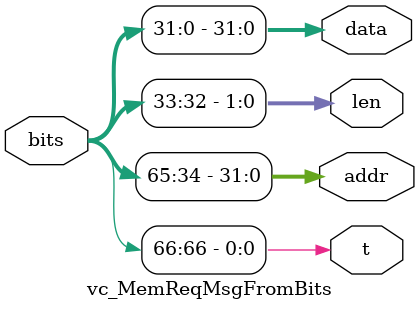
<source format=v>

`ifndef VC_MEM_REQ_MSG_V
`define VC_MEM_REQ_MSG_V


// Data field

`define VC_MEM_REQ_MSG_DATA_SZ( p_addr_sz, p_data_sz )                  \
  p_data_sz

`define VC_MEM_REQ_MSG_DATA_MSB( p_addr_sz, p_data_sz )                 \
  ( `VC_MEM_REQ_MSG_DATA_SZ( p_addr_sz, p_data_sz ) - 1 )

`define VC_MEM_REQ_MSG_DATA_FIELD( p_addr_sz, p_data_sz )               \
  (`VC_MEM_REQ_MSG_DATA_MSB( p_addr_sz, p_data_sz )):                   \
  0

// Length field

`define VC_MEM_REQ_MSG_LEN_SZ( p_addr_sz, p_data_sz )                   \
  ($clog2(p_data_sz/8))

`define VC_MEM_REQ_MSG_LEN_MSB( p_addr_sz, p_data_sz )                  \
  (   `VC_MEM_REQ_MSG_DATA_MSB( p_addr_sz, p_data_sz )                  \
    + `VC_MEM_REQ_MSG_LEN_SZ( p_addr_sz, p_data_sz ) )

`define VC_MEM_REQ_MSG_LEN_FIELD( p_addr_sz, p_data_sz )                \
  (`VC_MEM_REQ_MSG_LEN_MSB( p_addr_sz, p_data_sz )):                    \
  (`VC_MEM_REQ_MSG_DATA_MSB( p_addr_sz, p_data_sz ) + 1)

// Address field

`define VC_MEM_REQ_MSG_ADDR_SZ( p_addr_sz, p_data_sz )                  \
  p_addr_sz

`define VC_MEM_REQ_MSG_ADDR_MSB( p_addr_sz, p_data_sz )                 \
  (   `VC_MEM_REQ_MSG_LEN_MSB( p_addr_sz, p_data_sz )                   \
    + `VC_MEM_REQ_MSG_ADDR_SZ( p_addr_sz, p_data_sz ) )

`define VC_MEM_REQ_MSG_ADDR_FIELD( p_addr_sz, p_data_sz )               \
  (`VC_MEM_REQ_MSG_ADDR_MSB( p_addr_sz, p_data_sz )):                   \
  (`VC_MEM_REQ_MSG_LEN_MSB( p_addr_sz, p_data_sz ) + 1)

// Type field

`define VC_MEM_REQ_MSG_TYPE_SZ( p_addr_sz, p_data_sz ) 1
`define VC_MEM_REQ_MSG_TYPE_READ                       1'd0
`define VC_MEM_REQ_MSG_TYPE_WRITE                      1'd1

`define VC_MEM_REQ_MSG_TYPE_MSB( p_addr_sz, p_data_sz )                 \
  (   `VC_MEM_REQ_MSG_ADDR_MSB( p_addr_sz, p_data_sz )                  \
    + `VC_MEM_REQ_MSG_TYPE_SZ( p_addr_sz, p_data_sz ) )

`define VC_MEM_REQ_MSG_TYPE_FIELD( p_addr_sz, p_data_sz )               \
  (`VC_MEM_REQ_MSG_TYPE_MSB( p_addr_sz, p_data_sz )):                   \
  (`VC_MEM_REQ_MSG_ADDR_MSB( p_addr_sz, p_data_sz ) + 1)

// Total size of message

`define VC_MEM_REQ_MSG_SZ( p_addr_sz, p_data_sz )                       \
  (   `VC_MEM_REQ_MSG_TYPE_SZ( p_addr_sz, p_data_sz )                   \
    + `VC_MEM_REQ_MSG_ADDR_SZ( p_addr_sz, p_data_sz )                   \
    + `VC_MEM_REQ_MSG_LEN_SZ(  p_addr_sz, p_data_sz )                   \
    + `VC_MEM_REQ_MSG_DATA_SZ( p_addr_sz, p_data_sz ) )

//------------------------------------------------------------------------
// Convert message to bits
//------------------------------------------------------------------------

module vc_MemReqMsgToBits
#(
  parameter p_addr_sz = 32,
  parameter p_data_sz = 32
)(
  // Input message

  input [`VC_MEM_REQ_MSG_TYPE_SZ(p_addr_sz,p_data_sz)-1:0] t,
  input [`VC_MEM_REQ_MSG_ADDR_SZ(p_addr_sz,p_data_sz)-1:0] addr,
  input [`VC_MEM_REQ_MSG_LEN_SZ( p_addr_sz,p_data_sz)-1:0] len,
  input [`VC_MEM_REQ_MSG_DATA_SZ(p_addr_sz,p_data_sz)-1:0] data,

  // Output bits

  output [`VC_MEM_REQ_MSG_SZ(p_addr_sz,p_data_sz)-1:0] bits
);

  assign bits[`VC_MEM_REQ_MSG_TYPE_FIELD(p_addr_sz,p_data_sz)] = t;
  assign bits[`VC_MEM_REQ_MSG_ADDR_FIELD(p_addr_sz,p_data_sz)] = addr;
  assign bits[`VC_MEM_REQ_MSG_LEN_FIELD( p_addr_sz,p_data_sz)] = len;
  assign bits[`VC_MEM_REQ_MSG_DATA_FIELD(p_addr_sz,p_data_sz)] = data;

endmodule

//------------------------------------------------------------------------
// Convert message from bits
//------------------------------------------------------------------------

module vc_MemReqMsgFromBits
#(
  parameter p_addr_sz = 32,
  parameter p_data_sz = 32
)(
  // Input bits

  input [`VC_MEM_REQ_MSG_SZ(p_addr_sz,p_data_sz)-1:0] bits,

  // Output message

  output [`VC_MEM_REQ_MSG_TYPE_SZ(p_addr_sz,p_data_sz)-1:0] t,
  output [`VC_MEM_REQ_MSG_ADDR_SZ(p_addr_sz,p_data_sz)-1:0] addr,
  output [`VC_MEM_REQ_MSG_LEN_SZ( p_addr_sz,p_data_sz)-1:0] len,
  output [`VC_MEM_REQ_MSG_DATA_SZ(p_addr_sz,p_data_sz)-1:0] data
);

  assign t = bits[`VC_MEM_REQ_MSG_TYPE_FIELD(p_addr_sz,p_data_sz)];
  assign addr = bits[`VC_MEM_REQ_MSG_ADDR_FIELD(p_addr_sz,p_data_sz)];
  assign len  = bits[`VC_MEM_REQ_MSG_LEN_FIELD( p_addr_sz,p_data_sz)];
  assign data = bits[`VC_MEM_REQ_MSG_DATA_FIELD(p_addr_sz,p_data_sz)];

endmodule

//------------------------------------------------------------------------
// Convert message to string
//------------------------------------------------------------------------

`ifndef SYNTHESIS
module vc_MemReqMsgToStr
#(
  parameter p_addr_sz = 32,
  parameter p_data_sz = 32
)(
  input [`VC_MEM_REQ_MSG_SZ(p_addr_sz,p_data_sz)-1:0] msg
);

  // Extract fields

  wire [`VC_MEM_REQ_MSG_TYPE_SZ(p_addr_sz,p_data_sz)-1:0] t;
  wire [`VC_MEM_REQ_MSG_ADDR_SZ(p_addr_sz,p_data_sz)-1:0] addr;
  wire [`VC_MEM_REQ_MSG_LEN_SZ( p_addr_sz,p_data_sz)-1:0] len;
  wire [`VC_MEM_REQ_MSG_DATA_SZ(p_addr_sz,p_data_sz)-1:0] data;

  vc_MemReqMsgFromBits#(p_addr_sz,p_data_sz) mem_req_msg_from_bits
  (
    .bits (msg),
    .t (t),
    .addr (addr),
    .len  (len),
    .data (data)
  );

  // Short names

  localparam c_msg_sz = `VC_MEM_REQ_MSG_SZ(p_addr_sz,p_data_sz);
  localparam c_read   = `VC_MEM_REQ_MSG_TYPE_READ;
  localparam c_write  = `VC_MEM_REQ_MSG_TYPE_WRITE;

  // Full string sized for 14 characters

  reg [4*8-1:0]  addr_str;
  reg [1*8-1:0]  len_str;
  reg [4*8-1:0]  data_str;

  reg [14*8-1:0] full_str;
  always @(*) begin

    $sformat( addr_str, "%x", addr );
    $sformat( len_str,  "%x", len  );
    $sformat( data_str, "%x", data );

    if ( msg === {c_msg_sz{1'bx}} )
      $sformat( full_str, "x          ");
    else begin
      case ( t )
        c_read  : $sformat( full_str, "rd:%s:%s     ", addr_str, len_str );
        c_write : $sformat( full_str, "wr:%s:%s:%s", addr_str, len_str, data_str );
        default : $sformat( full_str, "undefined t" );
      endcase
    end

  end

  // Tiny string sized for 2 characters

  reg [2*8-1:0] tiny_str;
  always @(*) begin

    if ( msg === {c_msg_sz{1'bx}} )
      $sformat( tiny_str, "x ");
    else begin
      case ( t )
        c_read  : $sformat( tiny_str, "rd" );
        c_write : $sformat( tiny_str, "wr" );
        default : $sformat( tiny_str, "??" );
      endcase
    end

  end

endmodule
`endif /* SYNTHESIS */

`endif /* VC_MEM_REQ_MSG_V */


</source>
